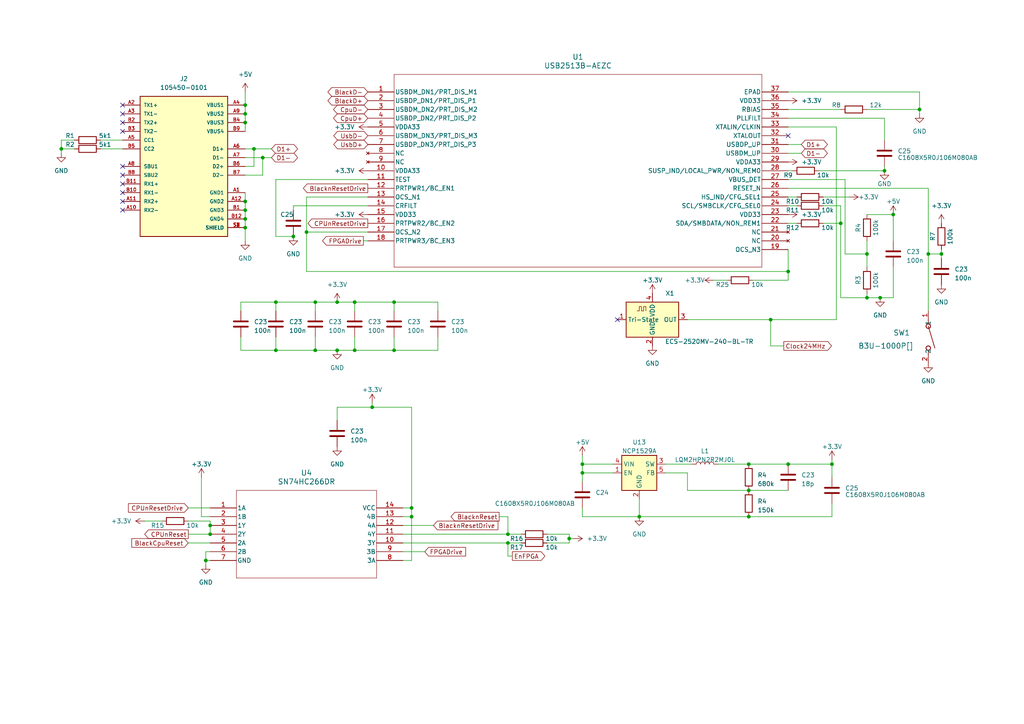
<source format=kicad_sch>
(kicad_sch (version 20230121) (generator eeschema)
  (paper "A4")
  (lib_symbols
    (symbol "Device:C" (pin_numbers hide) (pin_names (offset 0.254))
      (property "Reference" "C" (at 0.635 2.54 0))
      (property "Value" "C" (at 0.635 -2.54 0))
      (symbol "C_0_1"
        (polyline (pts (xy -2.032 -0.762) (xy 2.032 -0.762)) (stroke (width 0.508)))
        (polyline (pts (xy -2.032 0.762) (xy 2.032 0.762)) (stroke (width 0.508)))
      )
      (symbol "C_1_1"
        (pin passive line (at 0 3.81 270) (length 2.794) (name "~") (number "1"))
        (pin passive line (at 0 -3.81 90) (length 2.794) (name "~") (number "2"))
      )
    )
    (symbol "Device:L" (pin_numbers hide) (pin_names (offset 1.016) hide)
      (property "Reference" "L" (at -1.27 0 90))
      (property "Value" "L" (at 1.905 0 90))
      (symbol "L_0_1"
        (arc (start 0 -2.54) (mid 0.6323 -1.905) (end 0 -1.27))
        (arc (start 0 -1.27) (mid 0.6323 -0.635) (end 0 0))
        (arc (start 0 0) (mid 0.6323 0.635) (end 0 1.27))
        (arc (start 0 1.27) (mid 0.6323 1.905) (end 0 2.54))
      )
      (symbol "L_1_1"
        (pin passive line (at 0 3.81 270) (length 1.27) (name "1") (number "1"))
        (pin passive line (at 0 -3.81 90) (length 1.27) (name "2") (number "2"))
      )
    )
    (symbol "Device:R" (pin_numbers hide) (pin_names (offset 0))
      (property "Reference" "R" (at 2.032 0 90))
      (property "Value" "R" (at 0 0 90))
      (symbol "R_0_1"
        (rectangle (start -1.016 -2.54) (end 1.016 2.54) (stroke (width 0.254)))
      )
      (symbol "R_1_1"
        (pin passive line (at 0 3.81 270) (length 1.27) (name "~") (number "1"))
        (pin passive line (at 0 -3.81 90) (length 1.27) (name "~") (number "2"))
      )
    )
    (symbol "Oscillator:ECS-2520MV-xxx-xx"
      (property "Reference" "X" (at -5.08 6.35 0))
      (property "Value" "ECS-2520MV-xxx-xx" (at 1.27 -6.35 0))
      (symbol "ECS-2520MV-xxx-xx_0_1"
        (rectangle (start -7.62 5.08) (end 7.62 -5.08) (stroke (width 0.254)) (fill (type background)))
        (polyline (pts (xy -4.445 2.54) (xy -3.81 2.54) (xy -3.81 3.81) (xy -3.175 3.81) (xy -3.175 2.54) (xy -2.54 2.54) (xy -2.54 3.81) (xy -1.905 3.81) (xy -1.905 2.54)))
      )
      (symbol "ECS-2520MV-xxx-xx_1_1"
        (pin input line (at -10.16 0 0) (length 2.54) (name "Tri-State") (number "1"))
        (pin power_in line (at 0 -7.62 90) (length 2.54) (name "GND") (number "2"))
        (pin output line (at 10.16 0 180) (length 2.54) (name "OUT") (number "3"))
        (pin power_in line (at 0 7.62 270) (length 2.54) (name "VDD") (number "4"))
      )
    )
    (symbol "Regulator_Switching:NCP1529A"
      (property "Reference" "U" (at -5.08 6.35 0))
      (property "Value" "NCP1529A" (at 0 6.35 0))
      (symbol "NCP1529A_0_1"
        (rectangle (start -5.08 5.08) (end 5.08 -5.08) (stroke (width 0.254)) (fill (type background)))
      )
      (symbol "NCP1529A_1_1"
        (pin input line (at -7.62 0 0) (length 2.54) (name "EN") (number "1"))
        (pin power_in line (at 0 -7.62 90) (length 2.54) (name "GND") (number "2"))
        (pin power_out line (at 7.62 2.54 180) (length 2.54) (name "SW") (number "3"))
        (pin power_in line (at -7.62 2.54 0) (length 2.54) (name "VIN") (number "4"))
        (pin input line (at 7.62 0 180) (length 2.54) (name "FB") (number "5"))
      )
    )
    (symbol "cpuAddOn:105450-0101" (pin_names (offset 1.016))
      (property "Reference" "J" (at -12.7209 20.8595 0))
      (property "Value" "105450-0101" (at -12.7263 -22.9074 0))
      (symbol "105450-0101_0_0"
        (rectangle (start -12.7 -20.32) (end 12.7 20.32) (stroke (width 0.254)) (fill (type background)))
        (pin passive line (at 17.78 -7.62 180) (length 5.08) (name "GND1") (number "A1"))
        (pin passive line (at -17.78 -12.7 0) (length 5.08) (name "RX2-") (number "A10"))
        (pin passive line (at -17.78 -10.16 0) (length 5.08) (name "RX2+") (number "A11"))
        (pin passive line (at 17.78 -10.16 180) (length 5.08) (name "GND2") (number "A12"))
        (pin passive line (at -17.78 17.78 0) (length 5.08) (name "TX1+") (number "A2"))
        (pin passive line (at -17.78 15.24 0) (length 5.08) (name "TX1-") (number "A3"))
        (pin passive line (at 17.78 17.78 180) (length 5.08) (name "VBUS1") (number "A4"))
        (pin passive line (at -17.78 7.62 0) (length 5.08) (name "CC1") (number "A5"))
        (pin passive line (at 17.78 5.08 180) (length 5.08) (name "D1+") (number "A6"))
        (pin passive line (at 17.78 2.54 180) (length 5.08) (name "D1-") (number "A7"))
        (pin passive line (at -17.78 0 0) (length 5.08) (name "SBU1") (number "A8"))
        (pin passive line (at 17.78 15.24 180) (length 5.08) (name "VBUS2") (number "A9"))
        (pin passive line (at 17.78 -12.7 180) (length 5.08) (name "GND3") (number "B1"))
        (pin passive line (at -17.78 -7.62 0) (length 5.08) (name "RX1-") (number "B10"))
        (pin passive line (at -17.78 -5.08 0) (length 5.08) (name "RX1+") (number "B11"))
        (pin passive line (at 17.78 -15.24 180) (length 5.08) (name "GND4") (number "B12"))
        (pin passive line (at -17.78 12.7 0) (length 5.08) (name "TX2+") (number "B2"))
        (pin passive line (at -17.78 10.16 0) (length 5.08) (name "TX2-") (number "B3"))
        (pin passive line (at 17.78 12.7 180) (length 5.08) (name "VBUS3") (number "B4"))
        (pin passive line (at -17.78 5.08 0) (length 5.08) (name "CC2") (number "B5"))
        (pin passive line (at 17.78 0 180) (length 5.08) (name "D2+") (number "B6"))
        (pin passive line (at 17.78 -2.54 180) (length 5.08) (name "D2-") (number "B7"))
        (pin passive line (at -17.78 -2.54 0) (length 5.08) (name "SBU2") (number "B8"))
        (pin passive line (at 17.78 10.16 180) (length 5.08) (name "VBUS4") (number "B9"))
        (pin passive line (at 17.78 -17.78 180) (length 5.08) (name "SHIELD") (number "S1"))
        (pin passive line (at 17.78 -17.78 180) (length 5.08) (name "SHIELD") (number "S2"))
        (pin passive line (at 17.78 -17.78 180) (length 5.08) (name "SHIELD") (number "S3"))
        (pin passive line (at 17.78 -17.78 180) (length 5.08) (name "SHIELD") (number "S4"))
      )
    )
    (symbol "cpuAddOn:B3U-1000P[]" (pin_names (offset 0.254))
      (property "Reference" "SW" (at 7.62 3.81 0))
      (property "Value" "B3U-1000P[]" (at 0 0 0))
      (symbol "B3U-1000P[]_0_1"
        (polyline (pts (xy 2.54 0) (xy 3.81 0)) (stroke (width 0.2032)))
        (polyline (pts (xy 4.445 -1.905) (xy 10.795 0)) (stroke (width 0.2032)))
        (polyline (pts (xy 12.7 0) (xy 11.43 0)) (stroke (width 0.2032)))
        (circle (center 4.445 0) (radius 0.635) (stroke (width 0.254)))
        (circle (center 10.795 0) (radius 0.635) (stroke (width 0.254)))
        (pin unspecified line (at 15.24 0 180) (length 2.54) (name "1") (number "1"))
        (pin unspecified line (at 0 0 0) (length 2.54) (name "2") (number "2"))
      )
    )
    (symbol "cpuAddOn:SN74HC266DR" (pin_names (offset 0.254))
      (property "Reference" "U" (at 27.94 10.16 0))
      (property "Value" "SN74HC266DR" (at 27.94 7.62 0))
      (symbol "SN74HC266DR_0_1"
        (polyline (pts (xy 7.62 -20.32) (xy 48.26 -20.32)) (stroke (width 0.127)))
        (polyline (pts (xy 7.62 5.08) (xy 7.62 -20.32)) (stroke (width 0.127)))
        (polyline (pts (xy 48.26 -20.32) (xy 48.26 5.08)) (stroke (width 0.127)))
        (polyline (pts (xy 48.26 5.08) (xy 7.62 5.08)) (stroke (width 0.127)))
        (pin input line (at 0 0 0) (length 7.62) (name "1A") (number "1"))
        (pin output line (at 55.88 -10.16 180) (length 7.62) (name "3Y") (number "10"))
        (pin output line (at 55.88 -7.62 180) (length 7.62) (name "4Y") (number "11"))
        (pin input line (at 55.88 -5.08 180) (length 7.62) (name "4A") (number "12"))
        (pin input line (at 55.88 -2.54 180) (length 7.62) (name "4B") (number "13"))
        (pin power_in line (at 55.88 0 180) (length 7.62) (name "VCC") (number "14"))
        (pin input line (at 0 -2.54 0) (length 7.62) (name "1B") (number "2"))
        (pin output line (at 0 -5.08 0) (length 7.62) (name "1Y") (number "3"))
        (pin output line (at 0 -7.62 0) (length 7.62) (name "2Y") (number "4"))
        (pin input line (at 0 -10.16 0) (length 7.62) (name "2A") (number "5"))
        (pin input line (at 0 -12.7 0) (length 7.62) (name "2B") (number "6"))
        (pin power_in line (at 0 -15.24 0) (length 7.62) (name "GND") (number "7"))
        (pin input line (at 55.88 -15.24 180) (length 7.62) (name "3A") (number "8"))
        (pin input line (at 55.88 -12.7 180) (length 7.62) (name "3B") (number "9"))
      )
    )
    (symbol "cpuAddOn:USB2513B-AEZC" (pin_names (offset 0.254))
      (property "Reference" "U" (at 60.96 10.16 0))
      (property "Value" "USB2513B-AEZC" (at 60.96 7.62 0))
      (symbol "USB2513B-AEZC_0_1"
        (polyline (pts (xy 7.62 -50.8) (xy 114.3 -50.8)) (stroke (width 0.127)))
        (polyline (pts (xy 7.62 5.08) (xy 7.62 -50.8)) (stroke (width 0.127)))
        (polyline (pts (xy 114.3 -50.8) (xy 114.3 5.08)) (stroke (width 0.127)))
        (polyline (pts (xy 114.3 5.08) (xy 7.62 5.08)) (stroke (width 0.127)))
        (pin bidirectional line (at 0 0 0) (length 7.62) (name "USBDM_DN1/PRT_DIS_M1") (number "1"))
        (pin power_in line (at 0 -22.86 0) (length 7.62) (name "VDDA33") (number "10"))
        (pin input line (at 0 -25.4 0) (length 7.62) (name "TEST") (number "11"))
        (pin bidirectional line (at 0 -27.94 0) (length 7.62) (name "PRTPWR1/BC_EN1") (number "12"))
        (pin bidirectional line (at 0 -30.48 0) (length 7.62) (name "OCS_N1") (number "13"))
        (pin bidirectional line (at 0 -33.02 0) (length 7.62) (name "CRFILT") (number "14"))
        (pin power_in line (at 0 -35.56 0) (length 7.62) (name "VDD33") (number "15"))
        (pin bidirectional line (at 0 -38.1 0) (length 7.62) (name "PRTPWR2/BC_EN2") (number "16"))
        (pin bidirectional line (at 0 -40.64 0) (length 7.62) (name "OCS_N2") (number "17"))
        (pin bidirectional line (at 0 -43.18 0) (length 7.62) (name "PRTPWR3/BC_EN3") (number "18"))
        (pin bidirectional line (at 121.92 -45.72 180) (length 7.62) (name "OCS_N3") (number "19"))
        (pin bidirectional line (at 0 -2.54 0) (length 7.62) (name "USBDP_DN1/PRT_DIS_P1") (number "2"))
        (pin no_connect line (at 121.92 -43.18 180) (length 7.62) (name "NC") (number "20"))
        (pin no_connect line (at 121.92 -40.64 180) (length 7.62) (name "NC") (number "21"))
        (pin bidirectional line (at 121.92 -38.1 180) (length 7.62) (name "SDA/SMBDATA/NON_REM1") (number "22"))
        (pin power_in line (at 121.92 -35.56 180) (length 7.62) (name "VDD33") (number "23"))
        (pin bidirectional line (at 121.92 -33.02 180) (length 7.62) (name "SCL/SMBCLK/CFG_SEL0") (number "24"))
        (pin bidirectional line (at 121.92 -30.48 180) (length 7.62) (name "HS_IND/CFG_SEL1") (number "25"))
        (pin bidirectional line (at 121.92 -27.94 180) (length 7.62) (name "RESET_N") (number "26"))
        (pin bidirectional line (at 121.92 -25.4 180) (length 7.62) (name "VBUS_DET") (number "27"))
        (pin bidirectional line (at 121.92 -22.86 180) (length 7.62) (name "SUSP_IND/LOCAL_PWR/NON_REM0") (number "28"))
        (pin power_in line (at 121.92 -20.32 180) (length 7.62) (name "VDDA33") (number "29"))
        (pin bidirectional line (at 0 -5.08 0) (length 7.62) (name "USBDM_DN2/PRT_DIS_M2") (number "3"))
        (pin bidirectional line (at 121.92 -17.78 180) (length 7.62) (name "USBDM_UP") (number "30"))
        (pin bidirectional line (at 121.92 -15.24 180) (length 7.62) (name "USBDP_UP") (number "31"))
        (pin output line (at 121.92 -12.7 180) (length 7.62) (name "XTALOUT") (number "32"))
        (pin input line (at 121.92 -10.16 180) (length 7.62) (name "XTALIN/CLKIN") (number "33"))
        (pin bidirectional line (at 121.92 -7.62 180) (length 7.62) (name "PLLFILT") (number "34"))
        (pin bidirectional line (at 121.92 -5.08 180) (length 7.62) (name "RBIAS") (number "35"))
        (pin power_in line (at 121.92 -2.54 180) (length 7.62) (name "VDD33") (number "36"))
        (pin unspecified line (at 121.92 0 180) (length 7.62) (name "EPAD") (number "37"))
        (pin bidirectional line (at 0 -7.62 0) (length 7.62) (name "USBDP_DN2/PRT_DIS_P2") (number "4"))
        (pin power_in line (at 0 -10.16 0) (length 7.62) (name "VDDA33") (number "5"))
        (pin bidirectional line (at 0 -12.7 0) (length 7.62) (name "USBDM_DN3/PRT_DIS_M3") (number "6"))
        (pin bidirectional line (at 0 -15.24 0) (length 7.62) (name "USBDP_DN3/PRT_DIS_P3") (number "7"))
        (pin no_connect line (at 0 -17.78 0) (length 7.62) (name "NC") (number "8"))
        (pin no_connect line (at 0 -20.32 0) (length 7.62) (name "NC") (number "9"))
      )
    )
    (symbol "power:+3.3V" (power) (pin_names (offset 0))
      (property "Value" "+3.3V" (at 0 3.556 0))
      (symbol "+3.3V_0_1"
        (polyline (pts (xy -0.762 1.27) (xy 0 2.54)))
        (polyline (pts (xy 0 0) (xy 0 2.54)))
        (polyline (pts (xy 0 2.54) (xy 0.762 1.27)))
      )
      (symbol "+3.3V_1_1"
        (pin power_in line (at 0 0 90) (length 0) hide (name "+3.3V") (number "1"))
      )
    )
    (symbol "power:+5V" (power) (pin_names (offset 0))
      (property "Value" "+5V" (at 0 3.556 0))
      (symbol "+5V_0_1"
        (polyline (pts (xy -0.762 1.27) (xy 0 2.54)))
        (polyline (pts (xy 0 0) (xy 0 2.54)))
        (polyline (pts (xy 0 2.54) (xy 0.762 1.27)))
      )
      (symbol "+5V_1_1"
        (pin power_in line (at 0 0 90) (length 0) hide (name "+5V") (number "1"))
      )
    )
    (symbol "power:GND" (power) (pin_names (offset 0))
      (property "Value" "GND" (at 0 -3.81 0))
      (symbol "GND_0_1"
        (polyline (pts (xy 0 0) (xy 0 -1.27) (xy 1.27 -1.27) (xy 0 -2.54) (xy -1.27 -1.27) (xy 0 -1.27)))
      )
      (symbol "GND_1_1"
        (pin power_in line (at 0 0 270) (length 0) hide (name "GND") (number "1"))
      )
    )
  )
  (junction (at 185.42 149.86))
  (junction (at 91.44 87.63))
  (junction (at 273.05 73.66))
  (junction (at 71.12 58.42))
  (junction (at 76.2 45.72))
  (junction (at 255.27 86.36))
  (junction (at 217.17 149.86))
  (junction (at 80.01 87.63))
  (junction (at 97.79 101.6))
  (junction (at 59.69 162.56))
  (junction (at 168.91 137.16))
  (junction (at 168.91 134.62))
  (junction (at 114.3 87.63))
  (junction (at 60.96 154.94))
  (junction (at 71.12 30.48))
  (junction (at 259.08 62.23))
  (junction (at 102.87 101.6))
  (junction (at 228.6 134.62))
  (junction (at 88.9 67.31))
  (junction (at 217.17 142.24))
  (junction (at 73.66 43.18))
  (junction (at 228.6 78.74))
  (junction (at 71.12 63.5))
  (junction (at 256.54 49.53))
  (junction (at 269.24 73.66))
  (junction (at 147.32 157.48))
  (junction (at 241.3 134.62))
  (junction (at 102.87 87.63))
  (junction (at 60.96 152.4))
  (junction (at 107.95 118.11))
  (junction (at 266.7 31.75))
  (junction (at 147.32 154.94))
  (junction (at 251.46 86.36))
  (junction (at 217.17 134.62))
  (junction (at 243.84 64.77))
  (junction (at 91.44 101.6))
  (junction (at 71.12 35.56))
  (junction (at 85.09 68.58))
  (junction (at 223.52 92.71))
  (junction (at 165.1 156.21))
  (junction (at 71.12 66.04))
  (junction (at 80.01 101.6))
  (junction (at 119.38 147.32))
  (junction (at 17.78 43.18))
  (junction (at 71.12 33.02))
  (junction (at 71.12 60.96))
  (junction (at 251.46 73.66))
  (junction (at 119.38 149.86))
  (junction (at 114.3 101.6))
  (junction (at 97.79 87.63))
  (no_connect (at 228.6 39.37))
  (no_connect (at 35.56 60.96))
  (no_connect (at 35.56 53.34))
  (no_connect (at 35.56 55.88))
  (no_connect (at 35.56 33.02))
  (no_connect (at 35.56 30.48))
  (no_connect (at 35.56 48.26))
  (no_connect (at 179.07 92.71))
  (no_connect (at 35.56 38.1))
  (no_connect (at 35.56 35.56))
  (no_connect (at 35.56 50.8))
  (no_connect (at 35.56 58.42))
  (wire (pts (xy 91.44 97.79) (xy 91.44 101.6)))
  (wire (pts (xy 71.12 55.88) (xy 71.12 58.42)))
  (wire (pts (xy 168.91 132.08) (xy 168.91 134.62)))
  (wire (pts (xy 54.61 154.94) (xy 60.96 154.94)))
  (wire (pts (xy 158.75 157.48) (xy 165.1 157.48)))
  (wire (pts (xy 199.39 142.24) (xy 217.17 142.24)))
  (wire (pts (xy 251.46 73.66) (xy 251.46 77.47)))
  (wire (pts (xy 69.85 101.6) (xy 80.01 101.6)))
  (wire (pts (xy 266.7 31.75) (xy 266.7 26.67)))
  (wire (pts (xy 54.61 151.13) (xy 60.96 151.13)))
  (wire (pts (xy 60.96 152.4) (xy 60.96 154.94)))
  (wire (pts (xy 71.12 33.02) (xy 71.12 35.56)))
  (wire (pts (xy 119.38 162.56) (xy 119.38 149.86)))
  (wire (pts (xy 116.84 162.56) (xy 119.38 162.56)))
  (wire (pts (xy 148.59 161.29) (xy 147.32 161.29)))
  (wire (pts (xy 251.46 62.23) (xy 259.08 62.23)))
  (wire (pts (xy 114.3 87.63) (xy 127 87.63)))
  (wire (pts (xy 228.6 57.15) (xy 231.14 57.15)))
  (wire (pts (xy 119.38 149.86) (xy 119.38 147.32)))
  (wire (pts (xy 238.76 59.69) (xy 243.84 59.69)))
  (wire (pts (xy 119.38 118.11) (xy 119.38 147.32)))
  (wire (pts (xy 80.01 87.63) (xy 80.01 90.17)))
  (wire (pts (xy 107.95 118.11) (xy 107.95 116.84)))
  (wire (pts (xy 228.6 59.69) (xy 231.14 59.69)))
  (wire (pts (xy 116.84 154.94) (xy 147.32 154.94)))
  (wire (pts (xy 251.46 69.85) (xy 251.46 73.66)))
  (wire (pts (xy 228.6 41.91) (xy 232.41 41.91)))
  (wire (pts (xy 223.52 92.71) (xy 242.57 92.71)))
  (wire (pts (xy 73.66 43.18) (xy 73.66 48.26)))
  (wire (pts (xy 168.91 149.86) (xy 185.42 149.86)))
  (wire (pts (xy 60.96 162.56) (xy 59.69 162.56)))
  (wire (pts (xy 17.78 40.64) (xy 17.78 43.18)))
  (wire (pts (xy 241.3 146.05) (xy 241.3 149.86)))
  (wire (pts (xy 251.46 31.75) (xy 266.7 31.75)))
  (wire (pts (xy 147.32 157.48) (xy 147.32 161.29)))
  (wire (pts (xy 116.84 157.48) (xy 147.32 157.48)))
  (wire (pts (xy 69.85 90.17) (xy 69.85 87.63)))
  (wire (pts (xy 76.2 45.72) (xy 76.2 50.8)))
  (wire (pts (xy 218.44 81.28) (xy 228.6 81.28)))
  (wire (pts (xy 88.9 57.15) (xy 88.9 67.31)))
  (wire (pts (xy 241.3 149.86) (xy 217.17 149.86)))
  (wire (pts (xy 80.01 97.79) (xy 80.01 101.6)))
  (wire (pts (xy 228.6 52.07) (xy 245.11 52.07)))
  (wire (pts (xy 177.8 137.16) (xy 168.91 137.16)))
  (wire (pts (xy 106.68 52.07) (xy 80.01 52.07)))
  (wire (pts (xy 76.2 50.8) (xy 71.12 50.8)))
  (wire (pts (xy 228.6 64.77) (xy 231.14 64.77)))
  (wire (pts (xy 273.05 73.66) (xy 273.05 74.93)))
  (wire (pts (xy 102.87 87.63) (xy 114.3 87.63)))
  (wire (pts (xy 158.75 154.94) (xy 165.1 154.94)))
  (wire (pts (xy 97.79 118.11) (xy 107.95 118.11)))
  (wire (pts (xy 73.66 43.18) (xy 78.74 43.18)))
  (wire (pts (xy 251.46 86.36) (xy 251.46 85.09)))
  (wire (pts (xy 165.1 156.21) (xy 165.1 154.94)))
  (wire (pts (xy 114.3 97.79) (xy 114.3 101.6)))
  (wire (pts (xy 97.79 121.92) (xy 97.79 118.11)))
  (wire (pts (xy 88.9 67.31) (xy 106.68 67.31)))
  (wire (pts (xy 54.61 157.48) (xy 60.96 157.48)))
  (wire (pts (xy 259.08 77.47) (xy 259.08 86.36)))
  (wire (pts (xy 127 87.63) (xy 127 90.17)))
  (wire (pts (xy 241.3 133.35) (xy 241.3 134.62)))
  (wire (pts (xy 80.01 52.07) (xy 80.01 68.58)))
  (wire (pts (xy 80.01 101.6) (xy 91.44 101.6)))
  (wire (pts (xy 207.01 81.28) (xy 210.82 81.28)))
  (wire (pts (xy 168.91 134.62) (xy 168.91 137.16)))
  (wire (pts (xy 91.44 87.63) (xy 97.79 87.63)))
  (wire (pts (xy 97.79 101.6) (xy 102.87 101.6)))
  (wire (pts (xy 228.6 34.29) (xy 256.54 34.29)))
  (wire (pts (xy 243.84 86.36) (xy 251.46 86.36)))
  (wire (pts (xy 147.32 154.94) (xy 151.13 154.94)))
  (wire (pts (xy 228.6 44.45) (xy 232.41 44.45)))
  (wire (pts (xy 102.87 101.6) (xy 114.3 101.6)))
  (wire (pts (xy 29.21 40.64) (xy 35.56 40.64)))
  (wire (pts (xy 114.3 87.63) (xy 114.3 90.17)))
  (wire (pts (xy 88.9 67.31) (xy 88.9 78.74)))
  (wire (pts (xy 41.91 151.13) (xy 46.99 151.13)))
  (wire (pts (xy 71.12 58.42) (xy 71.12 60.96)))
  (wire (pts (xy 71.12 60.96) (xy 71.12 63.5)))
  (wire (pts (xy 71.12 45.72) (xy 76.2 45.72)))
  (wire (pts (xy 54.61 147.32) (xy 60.96 147.32)))
  (wire (pts (xy 102.87 87.63) (xy 102.87 90.17)))
  (wire (pts (xy 243.84 59.69) (xy 243.84 64.77)))
  (wire (pts (xy 71.12 43.18) (xy 73.66 43.18)))
  (wire (pts (xy 71.12 26.67) (xy 71.12 30.48)))
  (wire (pts (xy 60.96 151.13) (xy 60.96 152.4)))
  (wire (pts (xy 255.27 86.36) (xy 251.46 86.36)))
  (wire (pts (xy 106.68 59.69) (xy 85.09 59.69)))
  (wire (pts (xy 269.24 73.66) (xy 273.05 73.66)))
  (wire (pts (xy 71.12 35.56) (xy 71.12 38.1)))
  (wire (pts (xy 217.17 142.24) (xy 228.6 142.24)))
  (wire (pts (xy 106.68 57.15) (xy 88.9 57.15)))
  (wire (pts (xy 242.57 92.71) (xy 242.57 36.83)))
  (wire (pts (xy 69.85 97.79) (xy 69.85 101.6)))
  (wire (pts (xy 116.84 149.86) (xy 119.38 149.86)))
  (wire (pts (xy 165.1 157.48) (xy 165.1 156.21)))
  (wire (pts (xy 238.76 57.15) (xy 246.38 57.15)))
  (wire (pts (xy 76.2 45.72) (xy 78.74 45.72)))
  (wire (pts (xy 269.24 54.61) (xy 269.24 73.66)))
  (wire (pts (xy 107.95 118.11) (xy 119.38 118.11)))
  (wire (pts (xy 199.39 137.16) (xy 199.39 142.24)))
  (wire (pts (xy 266.7 26.67) (xy 228.6 26.67)))
  (wire (pts (xy 228.6 54.61) (xy 269.24 54.61)))
  (wire (pts (xy 193.04 137.16) (xy 199.39 137.16)))
  (wire (pts (xy 102.87 97.79) (xy 102.87 101.6)))
  (wire (pts (xy 228.6 31.75) (xy 243.84 31.75)))
  (wire (pts (xy 73.66 48.26) (xy 71.12 48.26)))
  (wire (pts (xy 228.6 81.28) (xy 228.6 78.74)))
  (wire (pts (xy 80.01 87.63) (xy 91.44 87.63)))
  (wire (pts (xy 58.42 138.43) (xy 58.42 149.86)))
  (wire (pts (xy 105.41 69.85) (xy 106.68 69.85)))
  (wire (pts (xy 185.42 149.86) (xy 217.17 149.86)))
  (wire (pts (xy 245.11 52.07) (xy 245.11 73.66)))
  (wire (pts (xy 168.91 134.62) (xy 177.8 134.62)))
  (wire (pts (xy 185.42 144.78) (xy 185.42 149.86)))
  (wire (pts (xy 59.69 162.56) (xy 59.69 163.83)))
  (wire (pts (xy 91.44 101.6) (xy 97.79 101.6)))
  (wire (pts (xy 243.84 64.77) (xy 243.84 86.36)))
  (wire (pts (xy 217.17 134.62) (xy 228.6 134.62)))
  (wire (pts (xy 273.05 72.39) (xy 273.05 73.66)))
  (wire (pts (xy 59.69 160.02) (xy 59.69 162.56)))
  (wire (pts (xy 241.3 134.62) (xy 228.6 134.62)))
  (wire (pts (xy 229.87 49.53) (xy 228.6 49.53)))
  (wire (pts (xy 208.28 134.62) (xy 217.17 134.62)))
  (wire (pts (xy 97.79 87.63) (xy 102.87 87.63)))
  (wire (pts (xy 91.44 87.63) (xy 91.44 90.17)))
  (wire (pts (xy 237.49 49.53) (xy 256.54 49.53)))
  (wire (pts (xy 223.52 100.33) (xy 223.52 92.71)))
  (wire (pts (xy 71.12 63.5) (xy 71.12 66.04)))
  (wire (pts (xy 88.9 78.74) (xy 228.6 78.74)))
  (wire (pts (xy 245.11 73.66) (xy 251.46 73.66)))
  (wire (pts (xy 17.78 43.18) (xy 17.78 44.45)))
  (wire (pts (xy 21.59 40.64) (xy 17.78 40.64)))
  (wire (pts (xy 241.3 138.43) (xy 241.3 134.62)))
  (wire (pts (xy 165.1 156.21) (xy 166.37 156.21)))
  (wire (pts (xy 147.32 157.48) (xy 151.13 157.48)))
  (wire (pts (xy 71.12 66.04) (xy 71.12 69.85)))
  (wire (pts (xy 193.04 134.62) (xy 200.66 134.62)))
  (wire (pts (xy 80.01 68.58) (xy 85.09 68.58)))
  (wire (pts (xy 114.3 101.6) (xy 127 101.6)))
  (wire (pts (xy 60.96 160.02) (xy 59.69 160.02)))
  (wire (pts (xy 127 101.6) (xy 127 97.79)))
  (wire (pts (xy 256.54 49.53) (xy 256.54 48.26)))
  (wire (pts (xy 125.73 152.4) (xy 116.84 152.4)))
  (wire (pts (xy 116.84 160.02) (xy 123.19 160.02)))
  (wire (pts (xy 29.21 43.18) (xy 35.56 43.18)))
  (wire (pts (xy 266.7 33.02) (xy 266.7 31.75)))
  (wire (pts (xy 168.91 137.16) (xy 168.91 139.7)))
  (wire (pts (xy 242.57 36.83) (xy 228.6 36.83)))
  (wire (pts (xy 238.76 64.77) (xy 243.84 64.77)))
  (wire (pts (xy 60.96 149.86) (xy 58.42 149.86)))
  (wire (pts (xy 168.91 147.32) (xy 168.91 149.86)))
  (wire (pts (xy 17.78 43.18) (xy 21.59 43.18)))
  (wire (pts (xy 256.54 34.29) (xy 256.54 40.64)))
  (wire (pts (xy 71.12 30.48) (xy 71.12 33.02)))
  (wire (pts (xy 259.08 86.36) (xy 255.27 86.36)))
  (wire (pts (xy 199.39 92.71) (xy 223.52 92.71)))
  (wire (pts (xy 269.24 73.66) (xy 269.24 90.17)))
  (wire (pts (xy 227.33 100.33) (xy 223.52 100.33)))
  (wire (pts (xy 259.08 62.23) (xy 259.08 69.85)))
  (wire (pts (xy 147.32 149.86) (xy 147.32 154.94)))
  (wire (pts (xy 119.38 147.32) (xy 116.84 147.32)))
  (wire (pts (xy 144.78 149.86) (xy 147.32 149.86)))
  (wire (pts (xy 228.6 78.74) (xy 228.6 72.39)))
  (wire (pts (xy 69.85 87.63) (xy 80.01 87.63)))
  (wire (pts (xy 85.09 59.69) (xy 85.09 60.96)))
  (global_label "EnFPGA" (shape output) (at 148.59 161.29 0) (property "Intersheetrefs" "${INTERSHEET_REFS}" (effects hide)))
  (global_label "FPGADrive" (shape input) (at 123.19 160.02 0) (property "Intersheetrefs" "${INTERSHEET_REFS}" (effects hide)))
  (global_label "D1-" (shape bidirectional) (at 78.74 45.72 0) (property "Intersheetrefs" "${INTERSHEET_REFS}" (effects hide)))
  (global_label "CpuD-" (shape bidirectional) (at 106.68 31.75 180) (property "Intersheetrefs" "${INTERSHEET_REFS}" (effects hide)))
  (global_label "CpuD+" (shape bidirectional) (at 106.68 34.29 180) (property "Intersheetrefs" "${INTERSHEET_REFS}" (effects hide)))
  (global_label "BlackD-" (shape bidirectional) (at 106.68 26.67 180) (property "Intersheetrefs" "${INTERSHEET_REFS}" (effects hide)))
  (global_label "FPGADrive" (shape output) (at 105.41 69.85 180) (property "Intersheetrefs" "${INTERSHEET_REFS}" (effects hide)))
  (global_label "BlackCpuReset" (shape input) (at 54.61 157.48 180) (property "Intersheetrefs" "${INTERSHEET_REFS}" (effects hide)))
  (global_label "BlacknReset" (shape output) (at 144.78 149.86 180) (property "Intersheetrefs" "${INTERSHEET_REFS}" (effects hide)))
  (global_label "UsbD+" (shape bidirectional) (at 106.68 41.91 180) (property "Intersheetrefs" "${INTERSHEET_REFS}" (effects hide)))
  (global_label "BlacknResetDrive" (shape output) (at 106.68 54.61 180) (property "Intersheetrefs" "${INTERSHEET_REFS}" (effects hide)))
  (global_label "Clock24MHz" (shape output) (at 227.33 100.33 0) (property "Intersheetrefs" "${INTERSHEET_REFS}" (effects hide)))
  (global_label "BlackD+" (shape bidirectional) (at 106.68 29.21 180) (property "Intersheetrefs" "${INTERSHEET_REFS}" (effects hide)))
  (global_label "D1+" (shape bidirectional) (at 232.41 41.91 0) (property "Intersheetrefs" "${INTERSHEET_REFS}" (effects hide)))
  (global_label "CPUnResetDrive" (shape input) (at 54.61 147.32 180) (property "Intersheetrefs" "${INTERSHEET_REFS}" (effects hide)))
  (global_label "D1-" (shape bidirectional) (at 232.41 44.45 0) (property "Intersheetrefs" "${INTERSHEET_REFS}" (effects hide)))
  (global_label "D1+" (shape bidirectional) (at 78.74 43.18 0) (property "Intersheetrefs" "${INTERSHEET_REFS}" (effects hide)))
  (global_label "BlacknResetDrive" (shape input) (at 125.73 152.4 0) (property "Intersheetrefs" "${INTERSHEET_REFS}" (effects hide)))
  (global_label "UsbD-" (shape bidirectional) (at 106.68 39.37 180) (property "Intersheetrefs" "${INTERSHEET_REFS}" (effects hide)))
  (global_label "CPUnResetDrive" (shape output) (at 106.68 64.77 180) (property "Intersheetrefs" "${INTERSHEET_REFS}" (effects hide)))
  (global_label "CPUnReset" (shape output) (at 54.61 154.94 180) (property "Intersheetrefs" "${INTERSHEET_REFS}" (effects hide)))
  (symbol (lib_id "Device:C") (at 85.09 64.77 0) (unit 1)
    (property "Reference" "C25" (at 81.28 62.23 0) (effects (justify left)))
    (property "Value" "C1608X5R0J106M080AB" (effects hide))
    (property "Footprint" "Capacitor_SMD:C_0603_1608Metric" (effects hide))
    (instances (project "gecko5education" (path "" (reference "C25") (unit 1))) (project "cpuAddOn" (path "" (reference "C5") (unit 1))))
  )
  (symbol (lib_id "power:GND") (at 85.09 68.58 0) (unit 1)
    (property "Reference" "#PWR03" (effects hide))
    (property "Value" "GND" (at 85.09 73.66 0))
    (instances (project "gecko5education" (path "" (reference "#PWR03") (unit 1)) (path "" (reference "#PWR016") (unit 1))) (project "cpuAddOn" (path "" (reference "#PWR018") (unit 1))))
  )
  (symbol (lib_id "cpuAddOn:USB2513B-AEZC") (at 106.68 26.67 0) (unit 1)
    (property "Reference" "U1" (at 167.64 16.51 0) (effects (font (size 1.524 1.524))))
    (property "Value" "USB2513B-AEZC" (at 167.64 19.05 0) (effects (font (size 1.524 1.524))))
    (property "Footprint" "cpuAddOn:QFN36_6X6MC_MCH" (effects hide))
    (property "Datasheet" "USB2513B-AEZC" (effects hide))
  )
  (symbol (lib_id "Device:L") (at 204.47 134.62 90) (unit 1)
    (property "Reference" "L1" (at 204.47 130.81 90))
    (property "Value" "LQM2HPN2R2MJ0L" (at 204.47 133.35 90))
    (property "Footprint" "cpuAddOn:LQM2HPN2R2MJ0L" (effects hide))
  )
  (symbol (lib_id "Device:C") (at 241.3 142.24 0) (unit 1)
    (property "Reference" "C25" (at 245.11 141.605 0) (effects (justify left)))
    (property "Value" "C1608X5R0J106M080AB" (at 245.11 143.51 0) (effects (justify left)))
    (property "Footprint" "Capacitor_SMD:C_0603_1608Metric" (effects hide))
    (instances (project "gecko5education" (path "" (reference "C25") (unit 1))) (project "cpuAddOn" (path "" (reference "C3") (unit 1))))
  )
  (symbol (lib_id "Device:R") (at 154.94 157.48 270) (unit 1)
    (property "Reference" "R17" (at 149.86 158.75 90))
    (property "Value" "10k" (at 160.02 158.75 90))
    (property "Footprint" "Resistor_SMD:R_0402_1005Metric" (effects hide))
  )
  (symbol (lib_id "Device:R") (at 247.65 31.75 270) (unit 1)
    (property "Reference" "R8" (at 242.57 30.48 90))
    (property "Value" "12k" (at 254 30.48 90))
    (property "Footprint" "Resistor_SMD:R_0402_1005Metric" (effects hide))
  )
  (symbol (lib_id "power:+3.3V") (at 207.01 81.28 90) (unit 1)
    (property "Reference" "#PWR091" (effects hide))
    (property "Value" "+3.3V" (at 204.47 81.28 90) (effects (justify left)))
    (instances (project "gecko5education" (path "" (reference "#PWR091") (unit 1))) (project "cpuAddOn" (path "" (reference "#PWR02") (unit 1)) (path "" (reference "#PWR053") (unit 1))) (project "addOnTemplate" (path "" (reference "#PWR02") (unit 1))))
  )
  (symbol (lib_id "Device:C") (at 102.87 93.98 0) (unit 1)
    (property "Reference" "C23" (at 106.68 93.345 0) (effects (justify left)))
    (property "Value" "100n" (at 106.68 95.885 0) (effects (justify left)))
    (property "Footprint" "Capacitor_SMD:C_0402_1005Metric" (effects hide))
    (instances (project "gecko5education" (path "" (reference "C23") (unit 1))) (project "cpuAddOn" (path "" (reference "C11") (unit 1))))
  )
  (symbol (lib_id "power:GND") (at 71.12 69.85 0) (unit 1)
    (property "Reference" "#PWR05" (effects hide))
    (property "Value" "GND" (at 71.12 74.93 0))
  )
  (symbol (lib_id "cpuAddOn:SN74HC266DR") (at 60.96 147.32 0) (unit 1)
    (property "Reference" "U4" (at 88.9 137.16 0) (effects (font (size 1.524 1.524))))
    (property "Value" "SN74HC266DR" (at 88.9 139.7 0) (effects (font (size 1.524 1.524))))
    (property "Footprint" "cpuAddOn:D14" (effects hide))
    (property "Datasheet" "SN74HC266DR" (effects hide))
  )
  (symbol (lib_id "power:+3.3V") (at 241.3 133.35 0) (unit 1)
    (property "Reference" "#PWR084" (effects hide))
    (property "Value" "+3.3V" (at 241.3 129.54 0))
    (instances (project "gecko5education" (path "" (reference "#PWR084") (unit 1))) (project "cpuAddOn" (path "" (reference "#PWR015") (unit 1))))
  )
  (symbol (lib_id "Device:R") (at 234.95 59.69 270) (unit 1)
    (property "Reference" "R11" (at 229.87 60.96 90))
    (property "Value" "10k" (at 240.03 60.96 90))
    (property "Footprint" "Resistor_SMD:R_0402_1005Metric" (effects hide))
  )
  (symbol (lib_id "Device:R") (at 217.17 138.43 0) (unit 1)
    (property "Reference" "R4" (at 219.71 137.795 0) (effects (justify left)))
    (property "Value" "680k" (at 219.71 140.335 0) (effects (justify left)))
    (property "Footprint" "Resistor_SMD:R_0402_1005Metric" (effects hide))
    (instances (project "gecko5education" (path "" (reference "R4") (unit 1)) (path "" (reference "R4") (unit 1)) (path "" (reference "R110") (unit 1))) (project "cpuAddOn" (path "" (reference "R5") (unit 1))))
  )
  (symbol (lib_id "cpuAddOn:105450-0101") (at 53.34 48.26 0) (unit 1)
    (property "Reference" "J2" (at 53.34 22.86 0))
    (property "Value" "105450-0101" (at 53.34 25.4 0))
    (property "Footprint" "cpuAddOn:MOLEX_105450-0101" (effects hide))
    (property "MF" "Molex" (effects hide))
    (property "DESCRIPTION" "USB Shielded I/O Receptacle; Type C; Right Angle; Surface Mount; Gold over Nickel" (effects hide))
    (property "PACKAGE" "None" (effects hide))
    (property "PRICE" "1.71 USD" (effects hide))
    (property "MP" "105450-0101" (effects hide))
    (property "AVAILABILITY" "Good" (effects hide))
  )
  (symbol (lib_id "Device:R") (at 154.94 154.94 270) (unit 1)
    (property "Reference" "R16" (at 149.86 156.21 90))
    (property "Value" "10k" (at 160.02 156.21 90))
    (property "Footprint" "Resistor_SMD:R_0402_1005Metric" (effects hide))
  )
  (symbol (lib_id "power:+3.3V") (at 106.68 49.53 90) (unit 1)
    (property "Reference" "#PWR091" (effects hide))
    (property "Value" "+3.3V" (at 102.87 49.53 90) (effects (justify left)))
    (instances (project "gecko5education" (path "" (reference "#PWR091") (unit 1))) (project "cpuAddOn" (path "" (reference "#PWR02") (unit 1)) (path "" (reference "#PWR07") (unit 1))) (project "addOnTemplate" (path "" (reference "#PWR02") (unit 1))))
  )
  (symbol (lib_id "Device:R") (at 234.95 57.15 270) (unit 1)
    (property "Reference" "R10" (at 229.87 58.42 90))
    (property "Value" "10k" (at 240.03 58.42 90))
    (property "Footprint" "Resistor_SMD:R_0402_1005Metric" (effects hide))
  )
  (symbol (lib_id "power:GND") (at 273.05 82.55 0) (unit 1)
    (property "Reference" "#PWR03" (effects hide))
    (property "Value" "GND" (at 273.05 87.63 0))
    (instances (project "gecko5education" (path "" (reference "#PWR03") (unit 1)) (path "" (reference "#PWR016") (unit 1))) (project "cpuAddOn" (path "" (reference "#PWR023") (unit 1))))
  )
  (symbol (lib_id "Device:C") (at 80.01 93.98 0) (unit 1)
    (property "Reference" "C23" (at 83.82 93.345 0) (effects (justify left)))
    (property "Value" "100n" (at 83.82 95.885 0) (effects (justify left)))
    (property "Footprint" "Capacitor_SMD:C_0402_1005Metric" (effects hide))
    (instances (project "gecko5education" (path "" (reference "C23") (unit 1))) (project "cpuAddOn" (path "" (reference "C9") (unit 1))))
  )
  (symbol (lib_id "Device:R") (at 251.46 66.04 180) (unit 1)
    (property "Reference" "R4" (at 248.92 66.04 90))
    (property "Value" "100k" (at 254 66.04 90))
    (property "Footprint" "Resistor_SMD:R_0402_1005Metric" (effects hide))
  )
  (symbol (lib_id "Device:C") (at 259.08 73.66 0) (unit 1)
    (property "Reference" "C23" (at 262.89 73.025 0) (effects (justify left)))
    (property "Value" "100n" (at 262.89 75.565 0) (effects (justify left)))
    (property "Footprint" "Capacitor_SMD:C_0402_1005Metric" (effects hide))
    (instances (project "gecko5education" (path "" (reference "C23") (unit 1))) (project "cpuAddOn" (path "" (reference "C6") (unit 1))))
  )
  (symbol (lib_id "power:GND") (at 266.7 33.02 0) (unit 1)
    (property "Reference" "#PWR089" (effects hide))
    (property "Value" "GND" (at 266.7 38.1 0))
    (instances (project "gecko5education" (path "" (reference "#PWR089") (unit 1))) (project "cpuAddOn" (path "" (reference "#PWR01") (unit 1)) (path "" (reference "#PWR08") (unit 1))) (project "addOnTemplate" (path "" (reference "#PWR01") (unit 1))))
  )
  (symbol (lib_id "power:+3.3V") (at 246.38 57.15 270) (unit 1)
    (property "Reference" "#PWR091" (effects hide))
    (property "Value" "+3.3V" (at 248.92 57.15 90) (effects (justify left)))
    (instances (project "gecko5education" (path "" (reference "#PWR091") (unit 1))) (project "cpuAddOn" (path "" (reference "#PWR02") (unit 1)) (path "" (reference "#PWR026") (unit 1))) (project "addOnTemplate" (path "" (reference "#PWR02") (unit 1))))
  )
  (symbol (lib_id "Device:C") (at 273.05 78.74 0) (unit 1)
    (property "Reference" "C23" (at 276.86 78.105 0) (effects (justify left)))
    (property "Value" "100n" (at 276.86 80.645 0) (effects (justify left)))
    (property "Footprint" "Capacitor_SMD:C_0402_1005Metric" (effects hide))
    (instances (project "gecko5education" (path "" (reference "C23") (unit 1))) (project "cpuAddOn" (path "" (reference "C7") (unit 1))))
  )
  (symbol (lib_id "power:+3.3V") (at 273.05 64.77 0) (unit 1)
    (property "Reference" "#PWR091" (effects hide))
    (property "Value" "+3.3V" (at 273.05 59.69 0))
    (instances (project "gecko5education" (path "" (reference "#PWR091") (unit 1))) (project "cpuAddOn" (path "" (reference "#PWR02") (unit 1)) (path "" (reference "#PWR022") (unit 1))) (project "addOnTemplate" (path "" (reference "#PWR02") (unit 1))))
  )
  (symbol (lib_id "power:GND") (at 255.27 86.36 0) (unit 1)
    (property "Reference" "#PWR03" (effects hide))
    (property "Value" "GND" (at 255.27 91.44 0))
    (instances (project "gecko5education" (path "" (reference "#PWR03") (unit 1)) (path "" (reference "#PWR016") (unit 1))) (project "cpuAddOn" (path "" (reference "#PWR020") (unit 1))))
  )
  (symbol (lib_id "power:+3.3V") (at 106.68 36.83 90) (unit 1)
    (property "Reference" "#PWR091" (effects hide))
    (property "Value" "+3.3V" (at 102.87 36.83 90) (effects (justify left)))
    (instances (project "gecko5education" (path "" (reference "#PWR091") (unit 1))) (project "cpuAddOn" (path "" (reference "#PWR02") (unit 1)) (path "" (reference "#PWR02") (unit 1))) (project "addOnTemplate" (path "" (reference "#PWR02") (unit 1))))
  )
  (symbol (lib_id "power:GND") (at 97.79 129.54 0) (unit 1)
    (property "Reference" "#PWR03" (effects hide))
    (property "Value" "GND" (at 97.79 134.62 0))
    (instances (project "gecko5education" (path "" (reference "#PWR03") (unit 1)) (path "" (reference "#PWR016") (unit 1))) (project "cpuAddOn" (path "" (reference "#PWR035") (unit 1))))
  )
  (symbol (lib_id "Device:R") (at 214.63 81.28 270) (unit 1)
    (property "Reference" "R25" (at 209.55 82.55 90))
    (property "Value" "10k" (at 219.71 82.55 90))
    (property "Footprint" "Resistor_SMD:R_0402_1005Metric" (effects hide))
  )
  (symbol (lib_id "power:+3.3V") (at 41.91 151.13 90) (unit 1)
    (property "Reference" "#PWR01" (effects hide))
    (property "Value" "+3.3V" (at 38.1 151.13 90) (effects (justify left)))
    (instances (project "gecko5education" (path "" (reference "#PWR01") (unit 1)) (path "" (reference "#PWR017") (unit 1))) (project "cpuAddOn" (path "" (reference "#PWR038") (unit 1))))
  )
  (symbol (lib_id "Device:C") (at 168.91 143.51 0) (unit 1)
    (property "Reference" "C24" (at 172.72 142.875 0) (effects (justify left)))
    (property "Value" "C1608X5R0J106M080AB" (at 143.51 146.05 0) (effects (justify left)))
    (property "Footprint" "Capacitor_SMD:C_0603_1608Metric" (effects hide))
    (instances (project "gecko5education" (path "" (reference "C24") (unit 1))) (project "cpuAddOn" (path "" (reference "C1") (unit 1))))
  )
  (symbol (lib_id "power:+5V") (at 168.91 132.08 0) (unit 1)
    (property "Reference" "#PWR083" (effects hide))
    (property "Value" "+5V" (at 168.91 128.27 0))
    (instances (project "gecko5education" (path "" (reference "#PWR083") (unit 1))) (project "cpuAddOn" (path "" (reference "#PWR013") (unit 1))))
  )
  (symbol (lib_id "Device:C") (at 256.54 44.45 0) (unit 1)
    (property "Reference" "C25" (at 260.35 43.815 0) (effects (justify left)))
    (property "Value" "C1608X5R0J106M080AB" (at 260.35 45.72 0) (effects (justify left)))
    (property "Footprint" "Capacitor_SMD:C_0603_1608Metric" (effects hide))
    (instances (project "gecko5education" (path "" (reference "C25") (unit 1))) (project "cpuAddOn" (path "" (reference "C4") (unit 1))))
  )
  (symbol (lib_id "power:+3.3V") (at 106.68 62.23 90) (unit 1)
    (property "Reference" "#PWR091" (effects hide))
    (property "Value" "+3.3V" (at 102.87 62.23 90) (effects (justify left)))
    (instances (project "gecko5education" (path "" (reference "#PWR091") (unit 1))) (project "cpuAddOn" (path "" (reference "#PWR02") (unit 1)) (path "" (reference "#PWR09") (unit 1))) (project "addOnTemplate" (path "" (reference "#PWR02") (unit 1))))
  )
  (symbol (lib_id "power:+3.3V") (at 228.6 62.23 270) (unit 1)
    (property "Reference" "#PWR091" (effects hide))
    (property "Value" "+3.3V" (at 232.41 62.23 90) (effects (justify left)))
    (instances (project "gecko5education" (path "" (reference "#PWR091") (unit 1))) (project "cpuAddOn" (path "" (reference "#PWR02") (unit 1)) (path "" (reference "#PWR012") (unit 1))) (project "addOnTemplate" (path "" (reference "#PWR02") (unit 1))))
  )
  (symbol (lib_id "power:+3.3V") (at 97.79 87.63 0) (unit 1)
    (property "Reference" "#PWR091" (effects hide))
    (property "Value" "+3.3V" (at 97.79 82.55 0))
    (instances (project "gecko5education" (path "" (reference "#PWR091") (unit 1))) (project "cpuAddOn" (path "" (reference "#PWR02") (unit 1)) (path "" (reference "#PWR025") (unit 1))) (project "addOnTemplate" (path "" (reference "#PWR02") (unit 1))))
  )
  (symbol (lib_id "power:+3.3V") (at 228.6 29.21 270) (unit 1)
    (property "Reference" "#PWR091" (effects hide))
    (property "Value" "+3.3V" (at 232.41 29.21 90) (effects (justify left)))
    (instances (project "gecko5education" (path "" (reference "#PWR091") (unit 1))) (project "cpuAddOn" (path "" (reference "#PWR02") (unit 1)) (path "" (reference "#PWR010") (unit 1))) (project "addOnTemplate" (path "" (reference "#PWR02") (unit 1))))
  )
  (symbol (lib_id "Device:C") (at 114.3 93.98 0) (unit 1)
    (property "Reference" "C23" (at 118.11 93.345 0) (effects (justify left)))
    (property "Value" "100n" (at 118.11 95.885 0) (effects (justify left)))
    (property "Footprint" "Capacitor_SMD:C_0402_1005Metric" (effects hide))
    (instances (project "gecko5education" (path "" (reference "C23") (unit 1))) (project "cpuAddOn" (path "" (reference "C12") (unit 1))))
  )
  (symbol (lib_id "Oscillator:ECS-2520MV-xxx-xx") (at 189.23 92.71 0) (unit 1)
    (property "Reference" "X1" (at 194.31 85.09 0))
    (property "Value" "ECS-2520MV-240-BL-TR" (at 205.74 99.06 0))
    (property "Footprint" "Oscillator:Oscillator_SMD_ECS_2520MV-xxx-xx-4Pin_2.5x2.0mm" (effects hide))
    (property "Datasheet" "https://www.ecsxtal.com/store/pdf/ECS-2520MV.pdf" (effects hide))
  )
  (symbol (lib_id "Device:R") (at 50.8 151.13 270) (unit 1)
    (property "Reference" "R15" (at 45.72 152.4 90))
    (property "Value" "10k" (at 55.88 152.4 90))
    (property "Footprint" "Resistor_SMD:R_0402_1005Metric" (effects hide))
  )
  (symbol (lib_id "power:GND") (at 17.78 44.45 0) (unit 1)
    (property "Reference" "#PWR06" (effects hide))
    (property "Value" "GND" (at 17.78 49.53 0))
  )
  (symbol (lib_id "power:+3.3V") (at 166.37 156.21 270) (unit 1)
    (property "Reference" "#PWR01" (effects hide))
    (property "Value" "+3.3V" (at 170.18 156.21 90) (effects (justify left)))
    (instances (project "gecko5education" (path "" (reference "#PWR01") (unit 1)) (path "" (reference "#PWR017") (unit 1))) (project "cpuAddOn" (path "" (reference "#PWR039") (unit 1))))
  )
  (symbol (lib_id "cpuAddOn:B3U-1000P[]") (at 269.24 105.41 90) (unit 1)
    (property "Reference" "SW1" (at 259.08 96.52 90) (effects (font (size 1.524 1.524)) (justify right)))
    (property "Value" "B3U-1000P[]" (at 248.92 100.33 90) (effects (font (size 1.524 1.524)) (justify right)))
    (property "Footprint" "cpuAddOn:SW_B3U-1000P_OMR" (effects hide))
    (property "Datasheet" "B3U-1000P[]" (effects hide))
    (instances (project "cpuAddOn" (path "" (reference "SW1") (unit 1)) (path "" (reference "SW3") (unit 1))))
  )
  (symbol (lib_id "power:GND") (at 97.79 101.6 0) (unit 1)
    (property "Reference" "#PWR03" (effects hide))
    (property "Value" "GND" (at 97.79 106.68 0))
    (instances (project "gecko5education" (path "" (reference "#PWR03") (unit 1)) (path "" (reference "#PWR016") (unit 1))) (project "cpuAddOn" (path "" (reference "#PWR024") (unit 1))))
  )
  (symbol (lib_id "power:+5V") (at 259.08 62.23 0) (unit 1)
    (property "Reference" "#PWR083" (effects hide))
    (property "Value" "+5V" (at 259.08 58.42 0))
    (instances (project "gecko5education" (path "" (reference "#PWR083") (unit 1))) (project "cpuAddOn" (path "" (reference "#PWR021") (unit 1))))
  )
  (symbol (lib_id "Device:C") (at 91.44 93.98 0) (unit 1)
    (property "Reference" "C23" (at 95.25 93.345 0) (effects (justify left)))
    (property "Value" "100n" (at 95.25 95.885 0) (effects (justify left)))
    (property "Footprint" "Capacitor_SMD:C_0402_1005Metric" (effects hide))
    (instances (project "gecko5education" (path "" (reference "C23") (unit 1))) (project "cpuAddOn" (path "" (reference "C10") (unit 1))))
  )
  (symbol (lib_id "Device:R") (at 25.4 40.64 90) (unit 1)
    (property "Reference" "R1" (at 20.32 39.37 90))
    (property "Value" "5k1" (at 30.48 39.37 90))
    (property "Footprint" "Resistor_SMD:R_0402_1005Metric" (effects hide))
  )
  (symbol (lib_id "Device:R") (at 273.05 68.58 180) (unit 1)
    (property "Reference" "R7" (at 270.51 68.58 90))
    (property "Value" "100k" (at 275.59 68.58 90))
    (property "Footprint" "Resistor_SMD:R_0402_1005Metric" (effects hide))
  )
  (symbol (lib_id "power:GND") (at 189.23 100.33 0) (unit 1)
    (property "Reference" "#PWR03" (effects hide))
    (property "Value" "GND" (at 189.23 105.41 0))
    (instances (project "gecko5education" (path "" (reference "#PWR03") (unit 1)) (path "" (reference "#PWR016") (unit 1))) (project "cpuAddOn" (path "" (reference "#PWR017") (unit 1))))
  )
  (symbol (lib_id "power:+3.3V") (at 58.42 138.43 0) (unit 1)
    (property "Reference" "#PWR01" (effects hide))
    (property "Value" "+3.3V" (at 58.42 134.62 0))
    (instances (project "gecko5education" (path "" (reference "#PWR01") (unit 1)) (path "" (reference "#PWR017") (unit 1))) (project "cpuAddOn" (path "" (reference "#PWR037") (unit 1))))
  )
  (symbol (lib_id "power:GND") (at 185.42 149.86 0) (unit 1)
    (property "Reference" "#PWR082" (effects hide))
    (property "Value" "GND" (at 185.42 154.94 0))
    (instances (project "gecko5education" (path "" (reference "#PWR082") (unit 1))) (project "cpuAddOn" (path "" (reference "#PWR014") (unit 1))))
  )
  (symbol (lib_id "Device:R") (at 234.95 64.77 270) (unit 1)
    (property "Reference" "R12" (at 229.87 66.04 90))
    (property "Value" "10k" (at 240.03 66.04 90))
    (property "Footprint" "Resistor_SMD:R_0402_1005Metric" (effects hide))
  )
  (symbol (lib_id "Device:C") (at 127 93.98 0) (unit 1)
    (property "Reference" "C23" (at 130.81 93.345 0) (effects (justify left)))
    (property "Value" "100n" (at 130.81 95.885 0) (effects (justify left)))
    (property "Footprint" "Capacitor_SMD:C_0402_1005Metric" (effects hide))
    (instances (project "gecko5education" (path "" (reference "C23") (unit 1))) (project "cpuAddOn" (path "" (reference "C13") (unit 1))))
  )
  (symbol (lib_id "Device:R") (at 217.17 146.05 0) (unit 1)
    (property "Reference" "R4" (at 219.71 145.415 0) (effects (justify left)))
    (property "Value" "150k" (at 219.71 147.955 0) (effects (justify left)))
    (property "Footprint" "Resistor_SMD:R_0402_1005Metric" (effects hide))
    (instances (project "gecko5education" (path "" (reference "R4") (unit 1)) (path "" (reference "R4") (unit 1)) (path "" (reference "R111") (unit 1))) (project "cpuAddOn" (path "" (reference "R6") (unit 1))))
  )
  (symbol (lib_id "Device:R") (at 25.4 43.18 90) (unit 1)
    (property "Reference" "R2" (at 20.32 41.91 90))
    (property "Value" "5k1" (at 30.48 41.91 90))
    (property "Footprint" "Resistor_SMD:R_0402_1005Metric" (effects hide))
  )
  (symbol (lib_id "Device:C") (at 69.85 93.98 0) (unit 1)
    (property "Reference" "C23" (at 73.66 93.345 0) (effects (justify left)))
    (property "Value" "100n" (at 73.66 95.885 0) (effects (justify left)))
    (property "Footprint" "Capacitor_SMD:C_0402_1005Metric" (effects hide))
    (instances (project "gecko5education" (path "" (reference "C23") (unit 1))) (project "cpuAddOn" (path "" (reference "C8") (unit 1))))
  )
  (symbol (lib_id "Device:C") (at 228.6 138.43 0) (unit 1)
    (property "Reference" "C23" (at 232.41 137.795 0) (effects (justify left)))
    (property "Value" "18p" (at 232.41 140.335 0) (effects (justify left)))
    (property "Footprint" "Capacitor_SMD:C_0402_1005Metric" (effects hide))
    (instances (project "gecko5education" (path "" (reference "C23") (unit 1))) (project "cpuAddOn" (path "" (reference "C2") (unit 1))))
  )
  (symbol (lib_id "power:+3.3V") (at 228.6 46.99 270) (unit 1)
    (property "Reference" "#PWR091" (effects hide))
    (property "Value" "+3.3V" (at 232.41 46.99 90) (effects (justify left)))
    (instances (project "gecko5education" (path "" (reference "#PWR091") (unit 1))) (project "cpuAddOn" (path "" (reference "#PWR02") (unit 1)) (path "" (reference "#PWR011") (unit 1))) (project "addOnTemplate" (path "" (reference "#PWR02") (unit 1))))
  )
  (symbol (lib_id "power:+5V") (at 71.12 26.67 0) (unit 1)
    (property "Reference" "#PWR04" (effects hide))
    (property "Value" "+5V" (at 71.12 21.59 0))
  )
  (symbol (lib_id "power:GND") (at 59.69 163.83 0) (unit 1)
    (property "Reference" "#PWR03" (effects hide))
    (property "Value" "GND" (at 59.69 168.91 0))
    (instances (project "gecko5education" (path "" (reference "#PWR03") (unit 1)) (path "" (reference "#PWR016") (unit 1))) (project "cpuAddOn" (path "" (reference "#PWR036") (unit 1))))
  )
  (symbol (lib_id "power:+3.3V") (at 189.23 85.09 0) (unit 1)
    (property "Reference" "#PWR01" (effects hide))
    (property "Value" "+3.3V" (at 189.23 81.28 0))
    (instances (project "gecko5education" (path "" (reference "#PWR01") (unit 1)) (path "" (reference "#PWR017") (unit 1))) (project "cpuAddOn" (path "" (reference "#PWR016") (unit 1))))
  )
  (symbol (lib_id "Regulator_Switching:NCP1529A") (at 185.42 137.16 0) (unit 1)
    (property "Reference" "U13" (at 185.42 128.27 0))
    (property "Value" "NCP1529A" (at 185.42 130.81 0))
    (property "Footprint" "Package_TO_SOT_SMD:SOT-23-5" (effects hide))
    (property "Datasheet" "https://www.onsemi.com/pub/Collateral/NCP1529-D.PDF" (effects hide))
    (instances (project "gecko5education" (path "" (reference "U13") (unit 1))) (project "cpuAddOn" (path "" (reference "U2") (unit 1))))
  )
  (symbol (lib_id "Device:R") (at 251.46 81.28 180) (unit 1)
    (property "Reference" "R3" (at 248.92 81.28 90))
    (property "Value" "100k" (at 254 81.28 90))
    (property "Footprint" "Resistor_SMD:R_0402_1005Metric" (effects hide))
  )
  (symbol (lib_id "power:GND") (at 269.24 105.41 0) (unit 1)
    (property "Reference" "#PWR03" (effects hide))
    (property "Value" "GND" (at 269.24 110.49 0))
    (instances (project "gecko5education" (path "" (reference "#PWR03") (unit 1)) (path "" (reference "#PWR016") (unit 1))) (project "cpuAddOn" (path "" (reference "#PWR052") (unit 1))))
  )
  (symbol (lib_id "power:+3.3V") (at 107.95 116.84 0) (unit 1)
    (property "Reference" "#PWR01" (effects hide))
    (property "Value" "+3.3V" (at 107.95 113.03 0))
    (instances (project "gecko5education" (path "" (reference "#PWR01") (unit 1)) (path "" (reference "#PWR017") (unit 1))) (project "cpuAddOn" (path "" (reference "#PWR034") (unit 1))))
  )
  (symbol (lib_id "Device:C") (at 97.79 125.73 0) (unit 1)
    (property "Reference" "C23" (at 101.6 125.095 0) (effects (justify left)))
    (property "Value" "100n" (at 101.6 127.635 0) (effects (justify left)))
    (property "Footprint" "Capacitor_SMD:C_0402_1005Metric" (effects hide))
    (instances (project "gecko5education" (path "" (reference "C23") (unit 1))) (project "cpuAddOn" (path "" (reference "C14") (unit 1))))
  )
  (symbol (lib_id "power:GND") (at 256.54 49.53 0) (unit 1)
    (property "Reference" "#PWR03" (effects hide))
    (property "Value" "GND" (at 256.54 53.34 0))
    (instances (project "gecko5education" (path "" (reference "#PWR03") (unit 1)) (path "" (reference "#PWR016") (unit 1))) (project "cpuAddOn" (path "" (reference "#PWR019") (unit 1))))
  )
  (symbol (lib_id "Device:R") (at 233.68 49.53 270) (unit 1)
    (property "Reference" "R9" (at 228.6 50.8 90))
    (property "Value" "10k" (at 238.76 50.8 90))
    (property "Footprint" "Resistor_SMD:R_0402_1005Metric" (effects hide))
  )
)
</source>
